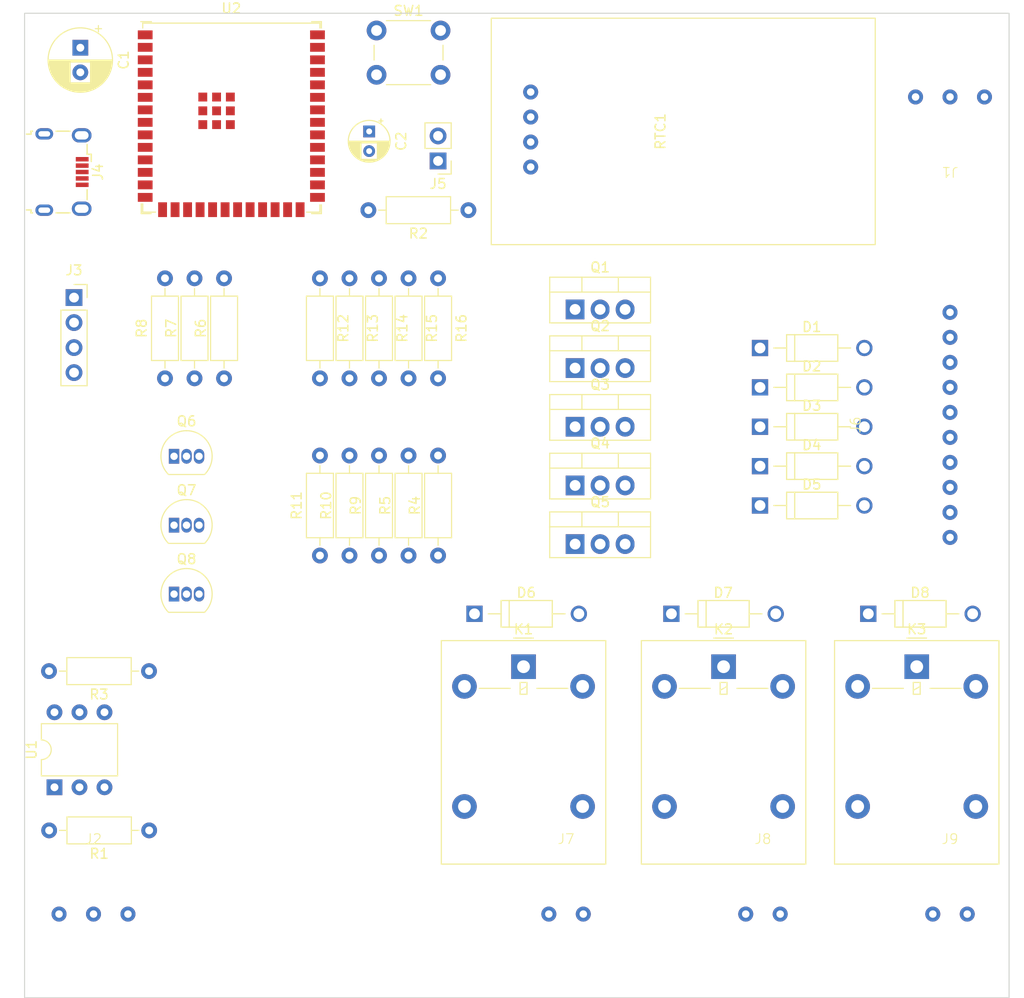
<source format=kicad_pcb>
(kicad_pcb (version 20221018) (generator pcbnew)
  (title_block (date "2023-04-15") (rev "1") (company "LumiereSombre"))
  (layers (0 "F.Cu" signal) (31 "B.Cu" signal) (34 "B.Paste" user) (35 "F.Paste" user) (36 "B.SilkS" user "B.Silkscreen") (37 "F.SilkS" user "F.Silkscreen") (38 "B.Mask" user) (39 "F.Mask" user) (44 "Edge.Cuts" user))
  (net 0 "")
  (net 1 "3.3V")
  (net 2 "GND")
  (net 3 "Net-(U2-EN)")
  (net 4 "12V")
  (net 5 "Net-(D1-A)")
  (net 6 "Net-(D2-A)")
  (net 7 "Net-(D3-A)")
  (net 8 "Net-(D4-A)")
  (net 9 "Net-(D5-A)")
  (net 10 "Net-(D6-A)")
  (net 11 "Net-(D7-A)")
  (net 12 "Net-(D8-A)")
  (net 13 "AC_G")
  (net 14 "AC_L")
  (net 15 "AC_N")
  (net 16 "Net-(J3-Pin_2)")
  (net 17 "Net-(J3-Pin_3)")
  (net 19 "Net-(J4-D-)")
  (net 20 "Net-(J4-D+)")
  (net 22 "Net-(J5-Pin_2)")
  (net 23 "Net-(J7-Pin_1)")
  (net 24 "Net-(J8-Pin_1)")
  (net 25 "Net-(J9-Pin_1)")
  (net 26 "Net-(Q1-G)")
  (net 27 "Net-(Q2-G)")
  (net 28 "Net-(Q3-G)")
  (net 29 "Net-(Q4-G)")
  (net 30 "Net-(Q5-G)")
  (net 31 "Net-(Q6-B)")
  (net 32 "Net-(Q7-B)")
  (net 33 "Net-(Q8-B)")
  (net 34 "Net-(R1-Pad1)")
  (net 35 "N_To_Ground_Probe")
  (net 36 "RELAY3_CONTROL")
  (net 37 "RELAY2_CONTROL")
  (net 38 "RELAY1_CONTROL")
  (net 39 "Mosfet_Port1")
  (net 40 "Mosfet_Port2")
  (net 41 "Mosfet_Port3")
  (net 42 "Mosfet_Port4")
  (net 43 "Mosfet_Port5")
  (net 44 "RTC_CLOCK")
  (net 45 "RTC_DATA")
  (footprint "Resistor_THT:R_Axial_DIN0207_L6.3mm_D2.5mm_P10.16mm_Horizontal" (layer "F.Cu") (at 48.26 64.08 90)
    (fp_text reference "R6" (at 5.08 -2.37 90) (layer "F.SilkS"))
    (fp_text value "5k")
    (pad "1" thru_hole circle (at 0 0 90) (size 1.6 1.6) (drill 0.8) (layers "*.Cu" "*.Mask") (net 33 "Net-(Q8-B)"))
    (pad "2" thru_hole oval (at 10.16 0 90) (size 1.6 1.6) (drill 0.8) (layers "*.Cu" "*.Mask") (net 36 "RELAY3_CONTROL"))
  )
  (footprint "Connector_PinHeader_2.54mm:PinHeader_1x02_P2.54mm_Vertical" (layer "F.Cu") (at 70 42 180)
    (fp_text reference "J5" (at 0 -2.33) (layer "F.SilkS"))
    (fp_text value "Boot_Jumper")
    (pad "1" thru_hole rect (at 0 0 180) (size 1.7 1.7) (drill 1) (layers "*.Cu" "*.Mask") (net 2 "GND"))
    (pad "2" thru_hole oval (at 0 2.54 180) (size 1.7 1.7) (drill 1) (layers "*.Cu" "*.Mask") (net 22 "Net-(J5-Pin_2)"))
  )
  (footprint "Package_TO_SOT_THT:TO-92_Inline" (layer "F.Cu") (at 43.18 79)
    (fp_text reference "Q7" (at 1.27 -3.56) (layer "F.SilkS"))
    (fp_text value "BC547")
    (pad "1" thru_hole rect (at 0 0) (size 1.05 1.5) (drill 0.75) (layers "*.Cu" "*.Mask") (net 11 "Net-(D7-A)"))
    (pad "2" thru_hole oval (at 1.27 0) (size 1.05 1.5) (drill 0.75) (layers "*.Cu" "*.Mask") (net 32 "Net-(Q7-B)"))
    (pad "3" thru_hole oval (at 2.54 0) (size 1.05 1.5) (drill 0.75) (layers "*.Cu" "*.Mask") (net 2 "GND"))
  )
  (footprint "Package_TO_SOT_THT:TO-220-3_Vertical" (layer "F.Cu") (at 83.92 69)
    (fp_text reference "Q3" (at 2.54 -4.27) (layer "F.SilkS"))
    (fp_text value "IRLZ44N")
    (pad "1" thru_hole rect (at 0 0) (size 1.905 2) (drill 1.1) (layers "*.Cu" "*.Mask") (net 28 "Net-(Q3-G)"))
    (pad "2" thru_hole oval (at 2.54 0) (size 1.905 2) (drill 1.1) (layers "*.Cu" "*.Mask") (net 7 "Net-(D3-A)"))
    (pad "3" thru_hole oval (at 5.08 0) (size 1.905 2) (drill 1.1) (layers "*.Cu" "*.Mask") (net 2 "GND"))
  )
  (footprint "Resistor_THT:R_Axial_DIN0207_L6.3mm_D2.5mm_P10.16mm_Horizontal" (layer "F.Cu") (at 67 53.92 -90)
    (fp_text reference "R15" (at 5.08 -2.37 90) (layer "F.SilkS"))
    (fp_text value "100")
    (pad "1" thru_hole circle (at 0 0 270) (size 1.6 1.6) (drill 0.8) (layers "*.Cu" "*.Mask") (net 42 "Mosfet_Port4"))
    (pad "2" thru_hole oval (at 10.16 0 270) (size 1.6 1.6) (drill 0.8) (layers "*.Cu" "*.Mask") (net 29 "Net-(Q4-G)"))
  )
  (footprint "Resistor_THT:R_Axial_DIN0207_L6.3mm_D2.5mm_P10.16mm_Horizontal" (layer "F.Cu") (at 42.26 64.08 90)
    (fp_text reference "R8" (at 5.08 -2.37 90) (layer "F.SilkS"))
    (fp_text value "5k")
    (pad "1" thru_hole circle (at 0 0 90) (size 1.6 1.6) (drill 0.8) (layers "*.Cu" "*.Mask") (net 31 "Net-(Q6-B)"))
    (pad "2" thru_hole oval (at 10.16 0 90) (size 1.6 1.6) (drill 0.8) (layers "*.Cu" "*.Mask") (net 38 "RELAY1_CONTROL"))
  )
  (footprint "Custom:Connector_RND_205-00113_2Pins_3.5mm" (layer "F.Cu") (at 122 118.5)
    (fp_text reference "J9" (at 0 -7.62 unlocked) (layer "F.SilkS") (effects (font (thickness 0.1))))
    (fp_text value "Conn_01x02_Socket")
    (pad "1" thru_hole circle (at -1.75 0) (size 1.524 1.524) (drill 0.762) (layers "*.Cu" "*.Mask") (net 25 "Net-(J9-Pin_1)"))
    (pad "2" thru_hole circle (at 1.75 0) (size 1.524 1.524) (drill 0.762) (layers "*.Cu" "*.Mask") (net 15 "AC_N"))
  )
  (footprint "Resistor_THT:R_Axial_DIN0207_L6.3mm_D2.5mm_P10.16mm_Horizontal" (layer "F.Cu") (at 61 82.08 90)
    (fp_text reference "R10" (at 5.08 -2.37 90) (layer "F.SilkS"))
    (fp_text value "10k")
    (pad "1" thru_hole circle (at 0 0 90) (size 1.6 1.6) (drill 0.8) (layers "*.Cu" "*.Mask") (net 2 "GND"))
    (pad "2" thru_hole oval (at 10.16 0 90) (size 1.6 1.6) (drill 0.8) (layers "*.Cu" "*.Mask") (net 27 "Net-(Q2-G)"))
  )
  (footprint "Expressif:ESP32-S3-WROOM-1U" (layer "F.Cu") (at 49 37.45)
    (fp_text reference "U2" (at 0 -10.95) (layer "F.SilkS"))
    (fp_text value "ESP32-S3-WROOM-1")
    (pad "1" smd rect (at -8.75 -8.26) (size 1.5 0.9) (layers "F.Cu" "F.Paste" "F.Mask") (net 2 "GND"))
    (pad "2" smd rect (at -8.75 -6.99) (size 1.5 0.9) (layers "F.Cu" "F.Paste" "F.Mask") (net 1 "3.3V"))
    (pad "3" smd rect (at -8.75 -5.72) (size 1.5 0.9) (layers "F.Cu" "F.Paste" "F.Mask") (net 3 "Net-(U2-EN)"))
    (pad "4" smd rect (at -8.75 -4.45) (size 1.5 0.9) (layers "F.Cu" "F.Paste" "F.Mask"))
    (pad "5" smd rect (at -8.75 -3.18) (size 1.5 0.9) (layers "F.Cu" "F.Paste" "F.Mask"))
    (pad "6" smd rect (at -8.75 -1.91) (size 1.5 0.9) (layers "F.Cu" "F.Paste" "F.Mask"))
    (pad "7" smd rect (at -8.75 -0.64) (size 1.5 0.9) (layers "F.Cu" "F.Paste" "F.Mask"))
    (pad "8" smd rect (at -8.75 0.63) (size 1.5 0.9) (layers "F.Cu" "F.Paste" "F.Mask"))
    (pad "9" smd rect (at -8.75 1.9) (size 1.5 0.9) (layers "F.Cu" "F.Paste" "F.Mask"))
    (pad "10" smd rect (at -8.75 3.17) (size 1.5 0.9) (layers "F.Cu" "F.Paste" "F.Mask") (net 42 "Mosfet_Port4"))
    (pad "11" smd rect (at -8.75 4.44) (size 1.5 0.9) (layers "F.Cu" "F.Paste" "F.Mask") (net 43 "Mosfet_Port5"))
    (pad "12" smd rect (at -8.75 5.71) (size 1.5 0.9) (layers "F.Cu" "F.Paste" "F.Mask") (net 38 "RELAY1_CONTROL"))
    (pad "13" smd rect (at -8.75 6.98) (size 1.5 0.9) (layers "F.Cu" "F.Paste" "F.Mask") (net 19 "Net-(J4-D-)"))
    (pad "14" smd rect (at -8.75 8.25) (size 1.5 0.9) (layers "F.Cu" "F.Paste" "F.Mask") (net 20 "Net-(J4-D+)"))
    (pad "15" smd rect (at -6.985 9.5 90) (size 1.5 0.9) (layers "F.Cu" "F.Paste" "F.Mask") (net 2 "GND"))
    (pad "16" smd rect (at -5.715 9.5 90) (size 1.5 0.9) (layers "F.Cu" "F.Paste" "F.Mask"))
    (pad "17" smd rect (at -4.445 9.5 90) (size 1.5 0.9) (layers "F.Cu" "F.Paste" "F.Mask") (net 37 "RELAY2_CONTROL"))
    (pad "18" smd rect (at -3.175 9.5 90) (size 1.5 0.9) (layers "F.Cu" "F.Paste" "F.Mask") (net 36 "RELAY3_CONTROL"))
    (pad "19" smd rect (at -1.905 9.5 90) (size 1.5 0.9) (layers "F.Cu" "F.Paste" "F.Mask"))
    (pad "20" smd rect (at -0.635 9.5 90) (size 1.5 0.9) (layers "F.Cu" "F.Paste" "F.Mask") (net 39 "Mosfet_Port1"))
    (pad "21" smd rect (at 0.635 9.5 90) (size 1.5 0.9) (layers "F.Cu" "F.Paste" "F.Mask") (net 40 "Mosfet_Port2"))
    (pad "22" smd rect (at 1.905 9.5 90) (size 1.5 0.9) (layers "F.Cu" "F.Paste" "F.Mask") (net 41 "Mosfet_Port3"))
    (pad "23" smd rect (at 3.175 9.5 90) (size 1.5 0.9) (layers "F.Cu" "F.Paste" "F.Mask"))
    (pad "24" smd rect (at 4.445 9.5 90) (size 1.5 0.9) (layers "F.Cu" "F.Paste" "F.Mask"))
    (pad "25" smd rect (at 5.715 9.5 90) (size 1.5 0.9) (layers "F.Cu" "F.Paste" "F.Mask"))
    (pad "26" smd rect (at 6.985 9.5 90) (size 1.5 0.9) (layers "F.Cu" "F.Paste" "F.Mask"))
    (pad "27" smd rect (at 8.75 8.25 180) (size 1.5 0.9) (layers "F.Cu" "F.Paste" "F.Mask") (net 22 "Net-(J5-Pin_2)"))
    (pad "28" smd rect (at 8.75 6.98 180) (size 1.5 0.9) (layers "F.Cu" "F.Paste" "F.Mask") (net 44 "RTC_CLOCK"))
    (pad "29" smd rect (at 8.75 5.71 180) (size 1.5 0.9) (layers "F.Cu" "F.Paste" "F.Mask") (net 45 "RTC_DATA"))
    (pad "30" smd rect (at 8.75 4.44 180) (size 1.5 0.9) (layers "F.Cu" "F.Paste" "F.Mask"))
    (pad "31" smd rect (at 8.75 3.17 180) (size 1.5 0.9) (layers "F.Cu" "F.Paste" "F.Mask"))
    (pad "32" smd rect (at 8.75 1.9 180) (size 1.5 0.9) (layers "F.Cu" "F.Paste" "F.Mask"))
    (pad "33" smd rect (at 8.75 0.63 180) (size 1.5 0.9) (layers "F.Cu" "F.Paste" "F.Mask"))
    (pad "34" smd rect (at 8.75 -0.64 180) (size 1.5 0.9) (layers "F.Cu" "F.Paste" "F.Mask"))
    (pad "35" smd rect (at 8.75 -1.91 180) (size 1.5 0.9) (layers "F.Cu" "F.Paste" "F.Mask"))
    (pad "36" smd rect (at 8.75 -3.18 180) (size 1.5 0.9) (layers "F.Cu" "F.Paste" "F.Mask") (net 17 "Net-(J3-Pin_3)"))
    (pad "37" smd rect (at 8.75 -4.45 180) (size 1.5 0.9) (layers "F.Cu" "F.Paste" "F.Mask") (net 16 "Net-(J3-Pin_2)"))
    (pad "38" smd rect (at 8.75 -5.72 180) (size 1.5 0.9) (layers "F.Cu" "F.Paste" "F.Mask"))
    (pad "39" smd rect (at 8.75 -6.99 180) (size 1.5 0.9) (layers "F.Cu" "F.Paste" "F.Mask") (net 35 "N_To_Ground_Probe"))
    (pad "40" smd rect (at 8.75 -8.26 180) (size 1.5 0.9) (layers "F.Cu" "F.Paste" "F.Mask") (net 2 "GND"))
    (pad "41" smd rect (at -2.9 -1.94 180) (size 0.9 0.9) (layers "F.Cu" "F.Paste" "F.Mask") (net 2 "GND"))
    (pad "41" smd rect (at -2.9 -0.54 180) (size 0.9 0.9) (layers "F.Cu" "F.Paste" "F.Mask") (net 2 "GND"))
    (pad "41" smd rect (at -2.9 0.86 180) (size 0.9 0.9) (layers "F.Cu" "F.Paste" "F.Mask") (net 2 "GND"))
    (pad "41" smd rect (at -1.5 -1.94 180) (size 0.9 0.9) (layers "F.Cu" "F.Paste" "F.Mask") (net 2 "GND"))
    (pad "41" smd rect (at -1.5 -0.54 180) (size 0.9 0.9) (layers "F.Cu" "F.Paste" "F.Mask") (net 2 "GND"))
    (pad "41" smd rect (at -1.5 0.86 180) (size 0.9 0.9) (layers "F.Cu" "F.Paste" "F.Mask") (net 2 "GND"))
    (pad "41" smd rect (at -0.1 -1.94 180) (size 0.9 0.9) (layers "F.Cu" "F.Paste" "F.Mask") (net 2 "GND"))
    (pad "41" smd rect (at -0.1 -0.54 180) (size 0.9 0.9) (layers "F.Cu" "F.Paste" "F.Mask") (net 2 "GND"))
    (pad "41" smd rect (at -0.1 0.86 180) (size 0.9 0.9) (layers "F.Cu" "F.Paste" "F.Mask") (net 2 "GND"))
  )
  (footprint "Connector_PinSocket_2.54mm:PinSocket_1x04_P2.54mm_Vertical" (layer "F.Cu") (at 33.02 55.88)
    (fp_text reference "J3" (at 0 -2.77) (layer "F.SilkS"))
    (fp_text value "UART_Connector")
    (pad "1" thru_hole rect (at 0 0) (size 1.7 1.7) (drill 1) (layers "*.Cu" "*.Mask") (net 2 "GND"))
    (pad "2" thru_hole oval (at 0 2.54) (size 1.7 1.7) (drill 1) (layers "*.Cu" "*.Mask") (net 16 "Net-(J3-Pin_2)"))
    (pad "3" thru_hole oval (at 0 5.08) (size 1.7 1.7) (drill 1) (layers "*.Cu" "*.Mask") (net 17 "Net-(J3-Pin_3)"))
    (pad "4" thru_hole oval (at 0 7.62) (size 1.7 1.7) (drill 1) (layers "*.Cu" "*.Mask") (net 1 "3.3V"))
  )
  (footprint "Custom:Connector_RND_205-00113_3Pins_3.5mm" (layer "F.Cu") (at 122 35.5 180)
    (fp_text reference "J1" (at 0 -7.62 180 unlocked) (layer "F.SilkS") (effects (font (thickness 0.1))))
    (fp_text value "Power_Connector")
    (pad "1" thru_hole circle (at -3.5 0 180) (size 1.524 1.524) (drill 0.762) (layers "*.Cu" "*.Mask") (net 4 "12V"))
    (pad "2" thru_hole circle (at 0 0 180) (size 1.524 1.524) (drill 0.762) (layers "*.Cu" "*.Mask") (net 1 "3.3V"))
    (pad "3" thru_hole circle (at 3.5 0 180) (size 1.524 1.524) (drill 0.762) (layers "*.Cu" "*.Mask") (net 2 "GND"))
  )
  (footprint "Button_Switch_THT:SW_PUSH_6mm" (layer "F.Cu") (at 63.75 28.75)
    (fp_text reference "SW1" (at 3.25 -2) (layer "F.SilkS"))
    (fp_text value "Reset_Btn")
    (pad "1" thru_hole circle (at 0 0 90) (size 2 2) (drill 1.1) (layers "*.Cu" "*.Mask") (net 2 "GND"))
    (pad "1" thru_hole circle (at 6.5 0 90) (size 2 2) (drill 1.1) (layers "*.Cu" "*.Mask") (net 2 "GND"))
    (pad "2" thru_hole circle (at 0 4.5 90) (size 2 2) (drill 1.1) (layers "*.Cu" "*.Mask") (net 3 "Net-(U2-EN)"))
    (pad "2" thru_hole circle (at 6.5 4.5 90) (size 2 2) (drill 1.1) (layers "*.Cu" "*.Mask") (net 3 "Net-(U2-EN)"))
  )
  (footprint "Resistor_THT:R_Axial_DIN0207_L6.3mm_D2.5mm_P10.16mm_Horizontal" (layer "F.Cu") (at 67 82.08 90)
    (fp_text reference "R5" (at 5.08 -2.37 90) (layer "F.SilkS"))
    (fp_text value "10k")
    (pad "1" thru_hole circle (at 0 0 90) (size 1.6 1.6) (drill 0.8) (layers "*.Cu" "*.Mask") (net 2 "GND"))
    (pad "2" thru_hole oval (at 10.16 0 90) (size 1.6 1.6) (drill 0.8) (layers "*.Cu" "*.Mask") (net 29 "Net-(Q4-G)"))
  )
  (footprint "Custom:RTC-Module" (layer "F.Cu") (at 114.405 39 90)
    (fp_text reference "RTC1" (at 0 -21.82 90 unlocked) (layer "F.SilkS"))
    (fp_text value "DS3231")
    (pad "1" thru_hole circle (at -3.62 -35 90) (size 1.524 1.524) (drill 0.762) (layers "*.Cu" "*.Mask") (net 44 "RTC_CLOCK"))
    (pad "2" thru_hole circle (at -1.08 -35 90) (size 1.524 1.524) (drill 0.762) (layers "*.Cu" "*.Mask") (net 45 "RTC_DATA"))
    (pad "3" thru_hole circle (at 1.46 -35 90) (size 1.524 1.524) (drill 0.762) (layers "*.Cu" "*.Mask") (net 1 "3.3V"))
    (pad "4" thru_hole circle (at 4 -35 90) (size 1.524 1.524) (drill 0.762) (layers "*.Cu" "*.Mask") (net 2 "GND"))
  )
  (footprint "Capacitor_THT:CP_Radial_D4.0mm_P2.00mm" (layer "F.Cu") (at 63 39 -90)
    (fp_text reference "C2" (at 1 -3.25 -90) (layer "F.SilkS"))
    (fp_text value "1uF")
    (pad "1" thru_hole rect (at 0 0 270) (size 1.2 1.2) (drill 0.6) (layers "*.Cu" "*.Mask") (net 2 "GND"))
    (pad "2" thru_hole circle (at 2 0 270) (size 1.2 1.2) (drill 0.6) (layers "*.Cu" "*.Mask") (net 3 "Net-(U2-EN)"))
  )
  (footprint "Diode:1N4007" (layer "F.Cu") (at 119 88)
    (fp_text reference "D8" (at -0.0432 -2.13714) (layer "F.SilkS"))
    (fp_text value "D")
    (pad "1" thru_hole rect (at -5.3 0) (size 1.65 1.65) (drill 1.1) (layers "*.Cu" "*.Mask") (net 4 "12V"))
    (pad "2" thru_hole circle (at 5.3 0) (size 1.65 1.65) (drill 1.1) (layers "*.Cu" "*.Mask") (net 12 "Net-(D8-A)"))
  )
  (footprint "Custom:Connector_Wire-To-Board_10Pins_2.54mm" (layer "F.Cu") (at 122 68.81 90)
    (fp_text reference "J6" (at 0 -9.6 90 unlocked) (layer "F.SilkS") (effects (font (thickness 0.1))))
    (fp_text value "Ports_Connector")
    (pad "1" thru_hole circle (at -11.43 0 90) (size 1.524 1.524) (drill 0.762) (layers "*.Cu" "*.Mask") (net 9 "Net-(D5-A)"))
    (pad "2" thru_hole circle (at -8.89 0 90) (size 1.524 1.524) (drill 0.762) (layers "*.Cu" "*.Mask") (net 4 "12V"))
    (pad "3" thru_hole circle (at -6.35 0 90) (size 1.524 1.524) (drill 0.762) (layers "*.Cu" "*.Mask") (net 8 "Net-(D4-A)"))
    (pad "4" thru_hole circle (at -3.81 0 90) (size 1.524 1.524) (drill 0.762) (layers "*.Cu" "*.Mask") (net 4 "12V"))
    (pad "5" thru_hole circle (at -1.27 0 90) (size 1.524 1.524) (drill 0.762) (layers "*.Cu" "*.Mask") (net 7 "Net-(D3-A)"))
    (pad "6" thru_hole circle (at 1.27 0 90) (size 1.524 1.524) (drill 0.762) (layers "*.Cu" "*.Mask") (net 4 "12V"))
    (pad "7" thru_hole circle (at 3.81 0 90) (size 1.524 1.524) (drill 0.762) (layers "*.Cu" "*.Mask") (net 6 "Net-(D2-A)"))
    (pad "8" thru_hole circle (at 6.35 0 90) (size 1.524 1.524) (drill 0.762) (layers "*.Cu" "*.Mask") (net 4 "12V"))
    (pad "9" thru_hole circle (at 8.89 0 90) (size 1.524 1.524) (drill 0.762) (layers "*.Cu" "*.Mask") (net 5 "Net-(D1-A)"))
    (pad "10" thru_hole circle (at 11.43 0 90) (size 1.524 1.524) (drill 0.762) (layers "*.Cu" "*.Mask") (net 4 "12V"))
  )
  (footprint "Resistor_THT:R_Axial_DIN0207_L6.3mm_D2.5mm_P10.16mm_Horizontal" (layer "F.Cu") (at 58 53.92 -90)
    (fp_text reference "R12" (at 5.08 -2.37 90) (layer "F.SilkS"))
    (fp_text value "100")
    (pad "1" thru_hole circle (at 0 0 270) (size 1.6 1.6) (drill 0.8) (layers "*.Cu" "*.Mask") (net 39 "Mosfet_Port1"))
    (pad "2" thru_hole oval (at 10.16 0 270) (size 1.6 1.6) (drill 0.8) (layers "*.Cu" "*.Mask") (net 26 "Net-(Q1-G)"))
  )
  (footprint "Capacitor_THT:CP_Radial_D6.3mm_P2.50mm" (layer "F.Cu") (at 33.66 30.5 -90)
    (fp_text reference "C1" (at 1.25 -4.4 90) (layer "F.SilkS"))
    (fp_text value "22uF")
    (pad "1" thru_hole rect (at 0 0 270) (size 1.6 1.6) (drill 0.8) (layers "*.Cu" "*.Mask") (net 1 "3.3V"))
    (pad "2" thru_hole circle (at 2.5 0 270) (size 1.6 1.6) (drill 0.8) (layers "*.Cu" "*.Mask") (net 2 "GND"))
  )
  (footprint "Package_TO_SOT_THT:TO-220-3_Vertical" (layer "F.Cu") (at 83.92 74.96)
    (fp_text reference "Q4" (at 2.54 -4.27) (layer "F.SilkS"))
    (fp_text value "IRLZ44N")
    (pad "1" thru_hole rect (at 0 0) (size 1.905 2) (drill 1.1) (layers "*.Cu" "*.Mask") (net 29 "Net-(Q4-G)"))
    (pad "2" thru_hole oval (at 2.54 0) (size 1.905 2) (drill 1.1) (layers "*.Cu" "*.Mask") (net 8 "Net-(D4-A)"))
    (pad "3" thru_hole oval (at 5.08 0) (size 1.905 2) (drill 1.1) (layers "*.Cu" "*.Mask") (net 2 "GND"))
  )
  (footprint "Custom:Connector_RND_205-00113_2Pins_3.5mm" (layer "F.Cu") (at 83 118.5)
    (fp_text reference "J7" (at 0 -7.62 unlocked) (layer "F.SilkS") (effects (font (thickness 0.1))))
    (fp_text value "Conn_01x02_Socket")
    (pad "1" thru_hole circle (at -1.75 0) (size 1.524 1.524) (drill 0.762) (layers "*.Cu" "*.Mask") (net 23 "Net-(J7-Pin_1)"))
    (pad "2" thru_hole circle (at 1.75 0) (size 1.524 1.524) (drill 0.762) (layers "*.Cu" "*.Mask") (net 15 "AC_N"))
  )
  (footprint "Package_TO_SOT_THT:TO-220-3_Vertical" (layer "F.Cu") (at 83.92 57.08)
    (fp_text reference "Q1" (at 2.54 -4.27) (layer "F.SilkS"))
    (fp_text value "IRLZ44N")
    (pad "1" thru_hole rect (at 0 0) (size 1.905 2) (drill 1.1) (layers "*.Cu" "*.Mask") (net 26 "Net-(Q1-G)"))
    (pad "2" thru_hole oval (at 2.54 0) (size 1.905 2) (drill 1.1) (layers "*.Cu" "*.Mask") (net 5 "Net-(D1-A)"))
    (pad "3" thru_hole oval (at 5.08 0) (size 1.905 2) (drill 1.1) (layers "*.Cu" "*.Mask") (net 2 "GND"))
  )
  (footprint "Resistor_THT:R_Axial_DIN0207_L6.3mm_D2.5mm_P10.16mm_Horizontal" (layer "F.Cu") (at 70 53.92 -90)
    (fp_text reference "R16" (at 5.08 -2.37 90) (layer "F.SilkS"))
    (fp_text value "100")
    (pad "1" thru_hole circle (at 0 0 270) (size 1.6 1.6) (drill 0.8) (layers "*.Cu" "*.Mask") (net 43 "Mosfet_Port5"))
    (pad "2" thru_hole oval (at 10.16 0 270) (size 1.6 1.6) (drill 0.8) (layers "*.Cu" "*.Mask") (net 30 "Net-(Q5-G)"))
  )
  (footprint "Package_TO_SOT_THT:TO-220-3_Vertical" (layer "F.Cu") (at 83.92 80.92)
    (fp_text reference "Q5" (at 2.54 -4.27) (layer "F.SilkS"))
    (fp_text value "IRLZ44N")
    (pad "1" thru_hole rect (at 0 0) (size 1.905 2) (drill 1.1) (layers "*.Cu" "*.Mask") (net 30 "Net-(Q5-G)"))
    (pad "2" thru_hole oval (at 2.54 0) (size 1.905 2) (drill 1.1) (layers "*.Cu" "*.Mask") (net 9 "Net-(D5-A)"))
    (pad "3" thru_hole oval (at 5.08 0) (size 1.905 2) (drill 1.1) (layers "*.Cu" "*.Mask") (net 2 "GND"))
  )
  (footprint "Package_TO_SOT_THT:TO-92_Inline" (layer "F.Cu") (at 43.18 72)
    (fp_text reference "Q6" (at 1.27 -3.56) (layer "F.SilkS"))
    (fp_text value "BC547")
    (pad "1" thru_hole rect (at 0 0) (size 1.05 1.5) (drill 0.75) (layers "*.Cu" "*.Mask") (net 10 "Net-(D6-A)"))
    (pad "2" thru_hole oval (at 1.27 0) (size 1.05 1.5) (drill 0.75) (layers "*.Cu" "*.Mask") (net 31 "Net-(Q6-B)"))
    (pad "3" thru_hole oval (at 2.54 0) (size 1.05 1.5) (drill 0.75) (layers "*.Cu" "*.Mask") (net 2 "GND"))
  )
  (footprint "Resistor_THT:R_Axial_DIN0207_L6.3mm_D2.5mm_P10.16mm_Horizontal" (layer "F.Cu") (at 70 82.08 90)
    (fp_text reference "R4" (at 5.08 -2.37 90) (layer "F.SilkS"))
    (fp_text value "10k")
    (pad "1" thru_hole circle (at 0 0 90) (size 1.6 1.6) (drill 0.8) (layers "*.Cu" "*.Mask") (net 2 "GND"))
    (pad "2" thru_hole oval (at 10.16 0 90) (size 1.6 1.6) (drill 0.8) (layers "*.Cu" "*.Mask") (net 30 "Net-(Q5-G)"))
  )
  (footprint "Package_TO_SOT_THT:TO-92_Inline" (layer "F.Cu") (at 43.18 86)
    (fp_text reference "Q8" (at 1.27 -3.56) (layer "F.SilkS"))
    (fp_text value "BC547")
    (pad "1" thru_hole rect (at 0 0) (size 1.05 1.5) (drill 0.75) (layers "*.Cu" "*.Mask") (net 12 "Net-(D8-A)"))
    (pad "2" thru_hole oval (at 1.27 0) (size 1.05 1.5) (drill 0.75) (layers "*.Cu" "*.Mask") (net 33 "Net-(Q8-B)"))
    (pad "3" thru_hole oval (at 2.54 0) (size 1.05 1.5) (drill 0.75) (layers "*.Cu" "*.Mask") (net 2 "GND"))
  )
  (footprint "Resistor_THT:R_Axial_DIN0207_L6.3mm_D2.5mm_P10.16mm_Horizontal" (layer "F.Cu") (at 58 82.08 90)
    (fp_text reference "R11" (at 5.08 -2.37 90) (layer "F.SilkS"))
    (fp_text value "10k")
    (pad "1" thru_hole circle (at 0 0 90) (size 1.6 1.6) (drill 0.8) (layers "*.Cu" "*.Mask") (net 2 "GND"))
    (pad "2" thru_hole oval (at 10.16 0 90) (size 1.6 1.6) (drill 0.8) (layers "*.Cu" "*.Mask") (net 26 "Net-(Q1-G)"))
  )
  (footprint "Connector_USB:USB_Micro-B_Wuerth_629105150521" (layer "F.Cu") (at 31.95 43.125 -90)
    (fp_text reference "J4" (at 0 -3.5 90) (layer "F.SilkS"))
    (fp_text value "USB_B_Micro")
    (pad "" np_thru_hole oval (at -2.5 -0.8 270) (size 0.8 0.8) (drill 0.8) (layers "*.Cu" "*.Mask"))
    (pad "" np_thru_hole oval (at 2.5 -0.8 270) (size 0.8 0.8) (drill 0.8) (layers "*.Cu" "*.Mask"))
    (pad "1" smd rect (at -1.3 -1.9 270) (size 0.45 1.3) (layers "F.Cu" "F.Paste" "F.Mask"))
    (pad "2" smd rect (at -0.65 -1.9 270) (size 0.45 1.3) (layers "F.Cu" "F.Paste" "F.Mask") (net 19 "Net-(J4-D-)"))
    (pad "3" smd rect (at 0 -1.9 270) (size 0.45 1.3) (layers "F.Cu" "F.Paste" "F.Mask") (net 20 "Net-(J4-D+)"))
    (pad "4" smd rect (at 0.65 -1.9 270) (size 0.45 1.3) (layers "F.Cu" "F.Paste" "F.Mask"))
    (pad "5" smd rect (at 1.3 -1.9 270) (size 0.45 1.3) (layers "F.Cu" "F.Paste" "F.Mask") (net 2 "GND"))
    (pad "6" thru_hole oval (at -3.875 1.95 270) (size 1.15 1.8) (drill oval 0.55 1.2) (layers "*.Cu" "*.Mask") (net 2 "GND"))
    (pad "6" thru_hole oval (at -3.725 -1.85 270) (size 1.45 2) (drill oval 0.85 1.4) (layers "*.Cu" "*.Mask") (net 2 "GND"))
    (pad "6" thru_hole oval (at 3.725 -1.85 270) (size 1.45 2) (drill oval 0.85 1.4) (layers "*.Cu" "*.Mask") (net 2 "GND"))
    (pad "6" thru_hole oval (at 3.875 1.95 270) (size 1.15 1.8) (drill oval 0.55 1.2) (layers "*.Cu" "*.Mask") (net 2 "GND"))
  )
  (footprint "Diode:1N4007" (layer "F.Cu") (at 108 73)
    (fp_text reference "D4" (at -0.0432 -2.13714) (layer "F.SilkS"))
    (fp_text value "D")
    (pad "1" thru_hole rect (at -5.3 0) (size 1.65 1.65) (drill 1.1) (layers "*.Cu" "*.Mask") (net 4 "12V"))
    (pad "2" thru_hole circle (at 5.3 0) (size 1.65 1.65) (drill 1.1) (layers "*.Cu" "*.Mask") (net 8 "Net-(D4-A)"))
  )
  (footprint "Package_DIP:DIP-6_W7.62mm" (layer "F.Cu") (at 31.035 105.62 90)
    (fp_text reference "U1" (at 3.81 -2.33 90) (layer "F.SilkS"))
    (fp_text value "4N25")
    (pad "1" thru_hole rect (at 0 0 90) (size 1.6 1.6) (drill 0.8) (layers "*.Cu" "*.Mask") (net 34 "Net-(R1-Pad1)"))
    (pad "2" thru_hole oval (at 0 2.54 90) (size 1.6 1.6) (drill 0.8) (layers "*.Cu" "*.Mask") (net 13 "AC_G"))
    (pad "3" thru_hole oval (at 0 5.08 90) (size 1.6 1.6) (drill 0.8) (layers "*.Cu" "*.Mask"))
    (pad "4" thru_hole oval (at 7.62 5.08 90) (size 1.6 1.6) (drill 0.8) (layers "*.Cu" "*.Mask") (net 2 "GND"))
    (pad "5" thru_hole oval (at 7.62 2.54 90) (size 1.6 1.6) (drill 0.8) (layers "*.Cu" "*.Mask") (net 35 "N_To_Ground_Probe"))
    (pad "6" thru_hole oval (at 7.62 0 90) (size 1.6 1.6) (drill 0.8) (layers "*.Cu" "*.Mask"))
  )
  (footprint "Resistor_THT:R_Axial_DIN0207_L6.3mm_D2.5mm_P10.16mm_Horizontal" (layer "F.Cu") (at 61 53.92 -90)
    (fp_text reference "R13" (at 5.08 -2.37 90) (layer "F.SilkS"))
    (fp_text value "100")
    (pad "1" thru_hole circle (at 0 0 270) (size 1.6 1.6) (drill 0.8) (layers "*.Cu" "*.Mask") (net 40 "Mosfet_Port2"))
    (pad "2" thru_hole oval (at 10.16 0 270) (size 1.6 1.6) (drill 0.8) (layers "*.Cu" "*.Mask") (net 27 "Net-(Q2-G)"))
  )
  (footprint "Diode:1N4007" (layer "F.Cu") (at 108 77)
    (fp_text reference "D5" (at -0.0432 -2.13714) (layer "F.SilkS"))
    (fp_text value "D")
    (pad "1" thru_hole rect (at -5.3 0) (size 1.65 1.65) (drill 1.1) (layers "*.Cu" "*.Mask") (net 4 "12V"))
    (pad "2" thru_hole circle (at 5.3 0) (size 1.65 1.65) (drill 1.1) (layers "*.Cu" "*.Mask") (net 9 "Net-(D5-A)"))
  )
  (footprint "Diode:1N4007" (layer "F.Cu") (at 108 69)
    (fp_text reference "D3" (at -0.0432 -2.13714) (layer "F.SilkS"))
    (fp_text value "D")
    (pad "1" thru_hole rect (at -5.3 0) (size 1.65 1.65) (drill 1.1) (layers "*.Cu" "*.Mask") (net 4 "12V"))
    (pad "2" thru_hole circle (at 5.3 0) (size 1.65 1.65) (drill 1.1) (layers "*.Cu" "*.Mask") (net 7 "Net-(D3-A)"))
  )
  (footprint "Relay_THT:Relay_SPDT_Omron-G5LE-1" (layer "F.Cu") (at 118.62 93.3725)
    (fp_text reference "K3" (at 0 -3.8) (layer "F.SilkS"))
    (fp_text value "G5LE-1")
    (pad "1" thru_hole rect (at 0 0) (size 2.5 2.5) (drill 1.3) (layers "*.Cu" "*.Mask") (net 14 "AC_L"))
    (pad "2" thru_hole oval (at -6 2) (size 2.5 2.5) (drill 1.3) (layers "*.Cu" "*.Mask") (net 4 "12V"))
    (pad "3" thru_hole oval (at -6 14.2) (size 2.5 2.5) (drill 1.3) (layers "*.Cu" "*.Mask") (net 25 "Net-(J9-Pin_1)"))
    (pad "4" thru_hole oval (at 6 14.2) (size 2.5 2.5) (drill 1.3) (layers "*.Cu" "*.Mask"))
    (pad "5" thru_hole oval (at 6 2) (size 2.5 2.5) (drill 1.3) (layers "*.Cu" "*.Mask") (net 12 "Net-(D8-A)"))
  )
  (footprint "Diode:1N4007" (layer "F.Cu") (at 99 88)
    (fp_text reference "D7" (at -0.0432 -2.13714) (layer "F.SilkS"))
    (fp_text value "D")
    (pad "1" thru_hole rect (at -5.3 0) (size 1.65 1.65) (drill 1.1) (layers "*.Cu" "*.Mask") (net 4 "12V"))
    (pad "2" thru_hole circle (at 5.3 0) (size 1.65 1.65) (drill 1.1) (layers "*.Cu" "*.Mask") (net 11 "Net-(D7-A)"))
  )
  (footprint "Resistor_THT:R_Axial_DIN0207_L6.3mm_D2.5mm_P10.16mm_Horizontal" (layer "F.Cu") (at 73.08 47 180)
    (fp_text reference "R2" (at 5.08 -2.37) (layer "F.SilkS"))
    (fp_text value "10k")
    (pad "1" thru_hole circle (at 0 0 180) (size 1.6 1.6) (drill 0.8) (layers "*.Cu" "*.Mask") (net 1 "3.3V"))
    (pad "2" thru_hole oval (at 10.16 0 180) (size 1.6 1.6) (drill 0.8) (layers "*.Cu" "*.Mask") (net 3 "Net-(U2-EN)"))
  )
  (footprint "Resistor_THT:R_Axial_DIN0207_L6.3mm_D2.5mm_P10.16mm_Horizontal" (layer "F.Cu") (at 40.64 93.82 180)
    (fp_text reference "R3" (at 5.08 -2.37) (layer "F.SilkS"))
    (fp_text value "10k")
    (pad "1" thru_hole circle (at 0 0 180) (size 1.6 1.6) (drill 0.8) (layers "*.Cu" "*.Mask") (net 1 "3.3V"))
    (pad "2" thru_hole oval (at 10.16 0 180) (size 1.6 1.6) (drill 0.8) (layers "*.Cu" "*.Mask") (net 35 "N_To_Ground_Probe"))
  )
  (footprint "Resistor_THT:R_Axial_DIN0207_L6.3mm_D2.5mm_P10.16mm_Horizontal" (layer "F.Cu") (at 45.26 64.08 90)
    (fp_text reference "R7" (at 5.08 -2.37 90) (layer "F.SilkS"))
    (fp_text value "5k")
    (pad "1" thru_hole circle (at 0 0 90) (size 1.6 1.6) (drill 0.8) (layers "*.Cu" "*.Mask") (net 32 "Net-(Q7-B)"))
    (pad "2" thru_hole oval (at 10.16 0 90) (size 1.6 1.6) (drill 0.8) (layers "*.Cu" "*.Mask") (net 37 "RELAY2_CONTROL"))
  )
  (footprint "Resistor_THT:R_Axial_DIN0207_L6.3mm_D2.5mm_P10.16mm_Horizontal" (layer "F.Cu") (at 64 53.92 -90)
    (fp_text reference "R14" (at 5.08 -2.37 90) (layer "F.SilkS"))
    (fp_text value "100")
    (pad "1" thru_hole circle (at 0 0 270) (size 1.6 1.6) (drill 0.8) (layers "*.Cu" "*.Mask") (net 41 "Mosfet_Port3"))
    (pad "2" thru_hole oval (at 10.16 0 270) (size 1.6 1.6) (drill 0.8) (layers "*.Cu" "*.Mask") (net 28 "Net-(Q3-G)"))
  )
  (footprint "Diode:1N4007" (layer "F.Cu") (at 108 65)
    (fp_text reference "D2" (at -0.0432 -2.13714) (layer "F.SilkS"))
    (fp_text value "D")
    (pad "1" thru_hole rect (at -5.3 0) (size 1.65 1.65) (drill 1.1) (layers "*.Cu" "*.Mask") (net 4 "12V"))
    (pad "2" thru_hole circle (at 5.3 0) (size 1.65 1.65) (drill 1.1) (layers "*.Cu" "*.Mask") (net 6 "Net-(D2-A)"))
  )
  (footprint "Resistor_THT:R_Axial_DIN0207_L6.3mm_D2.5mm_P10.16mm_Horizontal" (layer "F.Cu") (at 64 82.08 90)
    (fp_text reference "R9" (at 5.08 -2.37 90) (layer "F.SilkS"))
    (fp_text value "10k")
    (pad "1" thru_hole circle (at 0 0 90) (size 1.6 1.6) (drill 0.8) (layers "*.Cu" "*.Mask") (net 2 "GND"))
    (pad "2" thru_hole oval (at 10.16 0 90) (size 1.6 1.6) (drill 0.8) (layers "*.Cu" "*.Mask") (net 28 "Net-(Q3-G)"))
  )
  (footprint "Relay_THT:Relay_SPDT_Omron-G5LE-1" (layer "F.Cu") (at 78.68 93.3725)
    (fp_text reference "K1" (at 0 -3.8) (layer "F.SilkS"))
    (fp_text value "G5LE-1")
    (pad "1" thru_hole rect (at 0 0) (size 2.5 2.5) (drill 1.3) (layers "*.Cu" "*.Mask") (net 14 "AC_L"))
    (pad "2" thru_hole oval (at -6 2) (size 2.5 2.5) (drill 1.3) (layers "*.Cu" "*.Mask") (net 4 "12V"))
    (pad "3" thru_hole oval (at -6 14.2) (size 2.5 2.5) (drill 1.3) (layers "*.Cu" "*.Mask") (net 23 "Net-(J7-Pin_1)"))
    (pad "4" thru_hole oval (at 6 14.2) (size 2.5 2.5) (drill 1.3) (layers "*.Cu" "*.Mask"))
    (pad "5" thru_hole oval (at 6 2) (size 2.5 2.5) (drill 1.3) (layers "*.Cu" "*.Mask") (net 10 "Net-(D6-A)"))
  )
  (footprint "Diode:1N4007" (layer "F.Cu") (at 108 61)
    (fp_text reference "D1" (at -0.0432 -2.13714) (layer "F.SilkS"))
    (fp_text value "D")
    (pad "1" thru_hole rect (at -5.3 0) (size 1.65 1.65) (drill 1.1) (layers "*.Cu" "*.Mask") (net 4 "12V"))
    (pad "2" thru_hole circle (at 5.3 0) (size 1.65 1.65) (drill 1.1) (layers "*.Cu" "*.Mask") (net 5 "Net-(D1-A)"))
  )
  (footprint "Relay_THT:Relay_SPDT_Omron-G5LE-1" (layer "F.Cu") (at 99 93.3725)
    (fp_text reference "K2" (at 0 -3.8) (layer "F.SilkS"))
    (fp_text value "G5LE-1")
    (pad "1" thru_hole rect (at 0 0) (size 2.5 2.5) (drill 1.3) (layers "*.Cu" "*.Mask") (net 14 "AC_L"))
    (pad "2" thru_hole oval (at -6 2) (size 2.5 2.5) (drill 1.3) (layers "*.Cu" "*.Mask") (net 4 "12V"))
    (pad "3" thru_hole oval (at -6 14.2) (size 2.5 2.5) (drill 1.3) (layers "*.Cu" "*.Mask") (net 24 "Net-(J8-Pin_1)"))
    (pad "4" thru_hole oval (at 6 14.2) (size 2.5 2.5) (drill 1.3) (layers "*.Cu" "*.Mask"))
    (pad "5" thru_hole oval (at 6 2) (size 2.5 2.5) (drill 1.3) (layers "*.Cu" "*.Mask") (net 11 "Net-(D7-A)"))
  )
  (footprint "Package_TO_SOT_THT:TO-220-3_Vertical" (layer "F.Cu") (at 83.92 63.04)
    (fp_text reference "Q2" (at 2.54 -4.27) (layer "F.SilkS"))
    (fp_text value "IRLZ44N")
    (pad "1" thru_hole rect (at 0 0) (size 1.905 2) (drill 1.1) (layers "*.Cu" "*.Mask") (net 27 "Net-(Q2-G)"))
    (pad "2" thru_hole oval (at 2.54 0) (size 1.905 2) (drill 1.1) (layers "*.Cu" "*.Mask") (net 6 "Net-(D2-A)"))
    (pad "3" thru_hole oval (at 5.08 0) (size 1.905 2) (drill 1.1) (layers "*.Cu" "*.Mask") (net 2 "GND"))
  )
  (footprint "Diode:1N4007" (layer "F.Cu") (at 79 88)
    (fp_text reference "D6" (at -0.0432 -2.13714) (layer "F.SilkS"))
    (fp_text value "D")
    (pad "1" thru_hole rect (at -5.3 0) (size 1.65 1.65) (drill 1.1) (layers "*.Cu" "*.Mask") (net 4 "12V"))
    (pad "2" thru_hole circle (at 5.3 0) (size 1.65 1.65) (drill 1.1) (layers "*.Cu" "*.Mask") (net 10 "Net-(D6-A)"))
  )
  (footprint "Custom:Connector_RND_205-00113_3Pins_3.5mm" (layer "F.Cu") (at 35 118.5)
    (fp_text reference "J2" (at 0 -7.62 unlocked) (layer "F.SilkS") (effects (font (thickness 0.1))))
    (fp_text value "AC_Connector")
    (pad "1" thru_hole circle (at -3.5 0) (size 1.524 1.524) (drill 0.762) (layers "*.Cu" "*.Mask") (net 13 "AC_G"))
    (pad "2" thru_hole circle (at 0 0) (size 1.524 1.524) (drill 0.762) (layers "*.Cu" "*.Mask") (net 14 "AC_L"))
    (pad "3" thru_hole circle (at 3.5 0) (size 1.524 1.524) (drill 0.762) (layers "*.Cu" "*.Mask") (net 15 "AC_N"))
  )
  (footprint "Custom:Connector_RND_205-00113_2Pins_3.5mm" (layer "F.Cu") (at 103 118.5)
    (fp_text reference "J8" (at 0 -7.62 unlocked) (layer "F.SilkS") (effects (font (thickness 0.1))))
    (fp_text value "Conn_01x02_Socket")
    (pad "1" thru_hole circle (at -1.75 0) (size 1.524 1.524) (drill 0.762) (layers "*.Cu" "*.Mask") (net 24 "Net-(J8-Pin_1)"))
    (pad "2" thru_hole circle (at 1.75 0) (size 1.524 1.524) (drill 0.762) (layers "*.Cu" "*.Mask") (net 15 "AC_N"))
  )
  (footprint "Resistor_THT:R_Axial_DIN0207_L6.3mm_D2.5mm_P10.16mm_Horizontal" (layer "F.Cu") (at 40.655 110 180)
    (fp_text reference "R1" (at 5.08 -2.37) (layer "F.SilkS"))
    (fp_text value "180k")
    (pad "1" thru_hole circle (at 0 0 180) (size 1.6 1.6) (drill 0.8) (layers "*.Cu" "*.Mask") (net 34 "Net-(R1-Pad1)"))
    (pad "2" thru_hole oval (at 10.16 0 180) (size 1.6 1.6) (drill 0.8) (layers "*.Cu" "*.Mask") (net 15 "AC_N"))
  )
  (gr_rect (start 28 27) (end 128 127) (stroke (width 0.1)) (fill none) (layer "Edge.Cuts"))
)
</source>
